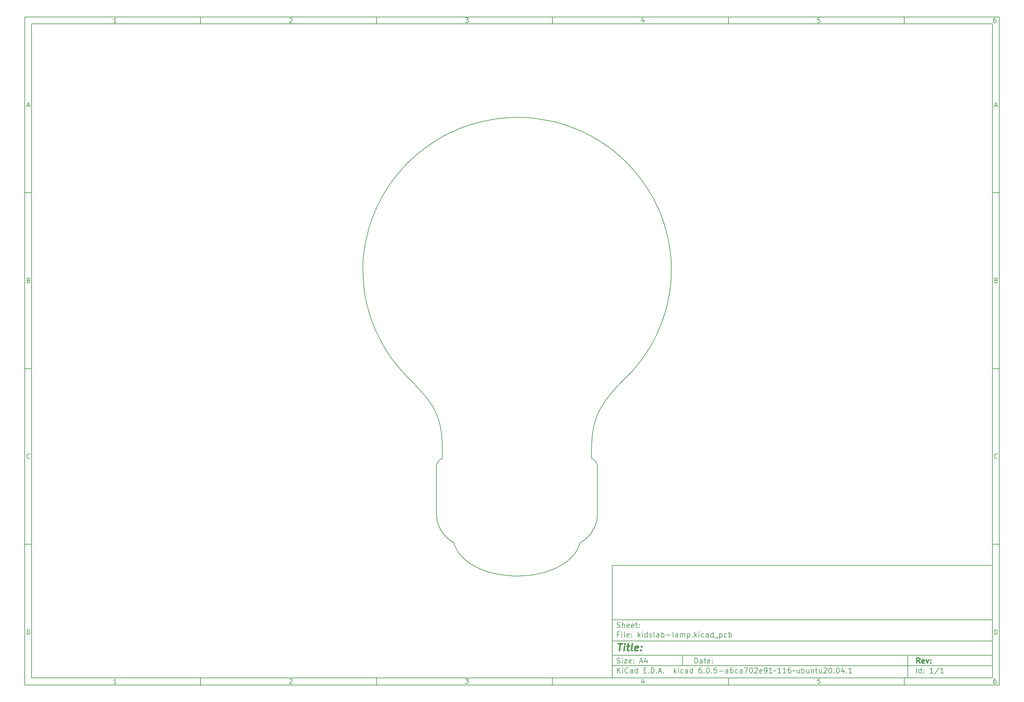
<source format=gbr>
%TF.GenerationSoftware,KiCad,Pcbnew,6.0.5-a6ca702e91~116~ubuntu20.04.1*%
%TF.CreationDate,2022-05-23T12:48:00+02:00*%
%TF.ProjectId,kidslab-lamp,6b696473-6c61-4622-9d6c-616d702e6b69,rev?*%
%TF.SameCoordinates,Original*%
%TF.FileFunction,Profile,NP*%
%FSLAX46Y46*%
G04 Gerber Fmt 4.6, Leading zero omitted, Abs format (unit mm)*
G04 Created by KiCad (PCBNEW 6.0.5-a6ca702e91~116~ubuntu20.04.1) date 2022-05-23 12:48:00*
%MOMM*%
%LPD*%
G01*
G04 APERTURE LIST*
%ADD10C,0.100000*%
%ADD11C,0.150000*%
%ADD12C,0.300000*%
%ADD13C,0.400000*%
%TA.AperFunction,Profile*%
%ADD14C,0.170000*%
%TD*%
G04 APERTURE END LIST*
D10*
D11*
X177002200Y-166007200D02*
X177002200Y-198007200D01*
X285002200Y-198007200D01*
X285002200Y-166007200D01*
X177002200Y-166007200D01*
D10*
D11*
X10000000Y-10000000D02*
X10000000Y-200007200D01*
X287002200Y-200007200D01*
X287002200Y-10000000D01*
X10000000Y-10000000D01*
D10*
D11*
X12000000Y-12000000D02*
X12000000Y-198007200D01*
X285002200Y-198007200D01*
X285002200Y-12000000D01*
X12000000Y-12000000D01*
D10*
D11*
X60000000Y-12000000D02*
X60000000Y-10000000D01*
D10*
D11*
X110000000Y-12000000D02*
X110000000Y-10000000D01*
D10*
D11*
X160000000Y-12000000D02*
X160000000Y-10000000D01*
D10*
D11*
X210000000Y-12000000D02*
X210000000Y-10000000D01*
D10*
D11*
X260000000Y-12000000D02*
X260000000Y-10000000D01*
D10*
D11*
X36065476Y-11588095D02*
X35322619Y-11588095D01*
X35694047Y-11588095D02*
X35694047Y-10288095D01*
X35570238Y-10473809D01*
X35446428Y-10597619D01*
X35322619Y-10659523D01*
D10*
D11*
X85322619Y-10411904D02*
X85384523Y-10350000D01*
X85508333Y-10288095D01*
X85817857Y-10288095D01*
X85941666Y-10350000D01*
X86003571Y-10411904D01*
X86065476Y-10535714D01*
X86065476Y-10659523D01*
X86003571Y-10845238D01*
X85260714Y-11588095D01*
X86065476Y-11588095D01*
D10*
D11*
X135260714Y-10288095D02*
X136065476Y-10288095D01*
X135632142Y-10783333D01*
X135817857Y-10783333D01*
X135941666Y-10845238D01*
X136003571Y-10907142D01*
X136065476Y-11030952D01*
X136065476Y-11340476D01*
X136003571Y-11464285D01*
X135941666Y-11526190D01*
X135817857Y-11588095D01*
X135446428Y-11588095D01*
X135322619Y-11526190D01*
X135260714Y-11464285D01*
D10*
D11*
X185941666Y-10721428D02*
X185941666Y-11588095D01*
X185632142Y-10226190D02*
X185322619Y-11154761D01*
X186127380Y-11154761D01*
D10*
D11*
X236003571Y-10288095D02*
X235384523Y-10288095D01*
X235322619Y-10907142D01*
X235384523Y-10845238D01*
X235508333Y-10783333D01*
X235817857Y-10783333D01*
X235941666Y-10845238D01*
X236003571Y-10907142D01*
X236065476Y-11030952D01*
X236065476Y-11340476D01*
X236003571Y-11464285D01*
X235941666Y-11526190D01*
X235817857Y-11588095D01*
X235508333Y-11588095D01*
X235384523Y-11526190D01*
X235322619Y-11464285D01*
D10*
D11*
X285941666Y-10288095D02*
X285694047Y-10288095D01*
X285570238Y-10350000D01*
X285508333Y-10411904D01*
X285384523Y-10597619D01*
X285322619Y-10845238D01*
X285322619Y-11340476D01*
X285384523Y-11464285D01*
X285446428Y-11526190D01*
X285570238Y-11588095D01*
X285817857Y-11588095D01*
X285941666Y-11526190D01*
X286003571Y-11464285D01*
X286065476Y-11340476D01*
X286065476Y-11030952D01*
X286003571Y-10907142D01*
X285941666Y-10845238D01*
X285817857Y-10783333D01*
X285570238Y-10783333D01*
X285446428Y-10845238D01*
X285384523Y-10907142D01*
X285322619Y-11030952D01*
D10*
D11*
X60000000Y-198007200D02*
X60000000Y-200007200D01*
D10*
D11*
X110000000Y-198007200D02*
X110000000Y-200007200D01*
D10*
D11*
X160000000Y-198007200D02*
X160000000Y-200007200D01*
D10*
D11*
X210000000Y-198007200D02*
X210000000Y-200007200D01*
D10*
D11*
X260000000Y-198007200D02*
X260000000Y-200007200D01*
D10*
D11*
X36065476Y-199595295D02*
X35322619Y-199595295D01*
X35694047Y-199595295D02*
X35694047Y-198295295D01*
X35570238Y-198481009D01*
X35446428Y-198604819D01*
X35322619Y-198666723D01*
D10*
D11*
X85322619Y-198419104D02*
X85384523Y-198357200D01*
X85508333Y-198295295D01*
X85817857Y-198295295D01*
X85941666Y-198357200D01*
X86003571Y-198419104D01*
X86065476Y-198542914D01*
X86065476Y-198666723D01*
X86003571Y-198852438D01*
X85260714Y-199595295D01*
X86065476Y-199595295D01*
D10*
D11*
X135260714Y-198295295D02*
X136065476Y-198295295D01*
X135632142Y-198790533D01*
X135817857Y-198790533D01*
X135941666Y-198852438D01*
X136003571Y-198914342D01*
X136065476Y-199038152D01*
X136065476Y-199347676D01*
X136003571Y-199471485D01*
X135941666Y-199533390D01*
X135817857Y-199595295D01*
X135446428Y-199595295D01*
X135322619Y-199533390D01*
X135260714Y-199471485D01*
D10*
D11*
X185941666Y-198728628D02*
X185941666Y-199595295D01*
X185632142Y-198233390D02*
X185322619Y-199161961D01*
X186127380Y-199161961D01*
D10*
D11*
X236003571Y-198295295D02*
X235384523Y-198295295D01*
X235322619Y-198914342D01*
X235384523Y-198852438D01*
X235508333Y-198790533D01*
X235817857Y-198790533D01*
X235941666Y-198852438D01*
X236003571Y-198914342D01*
X236065476Y-199038152D01*
X236065476Y-199347676D01*
X236003571Y-199471485D01*
X235941666Y-199533390D01*
X235817857Y-199595295D01*
X235508333Y-199595295D01*
X235384523Y-199533390D01*
X235322619Y-199471485D01*
D10*
D11*
X285941666Y-198295295D02*
X285694047Y-198295295D01*
X285570238Y-198357200D01*
X285508333Y-198419104D01*
X285384523Y-198604819D01*
X285322619Y-198852438D01*
X285322619Y-199347676D01*
X285384523Y-199471485D01*
X285446428Y-199533390D01*
X285570238Y-199595295D01*
X285817857Y-199595295D01*
X285941666Y-199533390D01*
X286003571Y-199471485D01*
X286065476Y-199347676D01*
X286065476Y-199038152D01*
X286003571Y-198914342D01*
X285941666Y-198852438D01*
X285817857Y-198790533D01*
X285570238Y-198790533D01*
X285446428Y-198852438D01*
X285384523Y-198914342D01*
X285322619Y-199038152D01*
D10*
D11*
X10000000Y-60000000D02*
X12000000Y-60000000D01*
D10*
D11*
X10000000Y-110000000D02*
X12000000Y-110000000D01*
D10*
D11*
X10000000Y-160000000D02*
X12000000Y-160000000D01*
D10*
D11*
X10690476Y-35216666D02*
X11309523Y-35216666D01*
X10566666Y-35588095D02*
X11000000Y-34288095D01*
X11433333Y-35588095D01*
D10*
D11*
X11092857Y-84907142D02*
X11278571Y-84969047D01*
X11340476Y-85030952D01*
X11402380Y-85154761D01*
X11402380Y-85340476D01*
X11340476Y-85464285D01*
X11278571Y-85526190D01*
X11154761Y-85588095D01*
X10659523Y-85588095D01*
X10659523Y-84288095D01*
X11092857Y-84288095D01*
X11216666Y-84350000D01*
X11278571Y-84411904D01*
X11340476Y-84535714D01*
X11340476Y-84659523D01*
X11278571Y-84783333D01*
X11216666Y-84845238D01*
X11092857Y-84907142D01*
X10659523Y-84907142D01*
D10*
D11*
X11402380Y-135464285D02*
X11340476Y-135526190D01*
X11154761Y-135588095D01*
X11030952Y-135588095D01*
X10845238Y-135526190D01*
X10721428Y-135402380D01*
X10659523Y-135278571D01*
X10597619Y-135030952D01*
X10597619Y-134845238D01*
X10659523Y-134597619D01*
X10721428Y-134473809D01*
X10845238Y-134350000D01*
X11030952Y-134288095D01*
X11154761Y-134288095D01*
X11340476Y-134350000D01*
X11402380Y-134411904D01*
D10*
D11*
X10659523Y-185588095D02*
X10659523Y-184288095D01*
X10969047Y-184288095D01*
X11154761Y-184350000D01*
X11278571Y-184473809D01*
X11340476Y-184597619D01*
X11402380Y-184845238D01*
X11402380Y-185030952D01*
X11340476Y-185278571D01*
X11278571Y-185402380D01*
X11154761Y-185526190D01*
X10969047Y-185588095D01*
X10659523Y-185588095D01*
D10*
D11*
X287002200Y-60000000D02*
X285002200Y-60000000D01*
D10*
D11*
X287002200Y-110000000D02*
X285002200Y-110000000D01*
D10*
D11*
X287002200Y-160000000D02*
X285002200Y-160000000D01*
D10*
D11*
X285692676Y-35216666D02*
X286311723Y-35216666D01*
X285568866Y-35588095D02*
X286002200Y-34288095D01*
X286435533Y-35588095D01*
D10*
D11*
X286095057Y-84907142D02*
X286280771Y-84969047D01*
X286342676Y-85030952D01*
X286404580Y-85154761D01*
X286404580Y-85340476D01*
X286342676Y-85464285D01*
X286280771Y-85526190D01*
X286156961Y-85588095D01*
X285661723Y-85588095D01*
X285661723Y-84288095D01*
X286095057Y-84288095D01*
X286218866Y-84350000D01*
X286280771Y-84411904D01*
X286342676Y-84535714D01*
X286342676Y-84659523D01*
X286280771Y-84783333D01*
X286218866Y-84845238D01*
X286095057Y-84907142D01*
X285661723Y-84907142D01*
D10*
D11*
X286404580Y-135464285D02*
X286342676Y-135526190D01*
X286156961Y-135588095D01*
X286033152Y-135588095D01*
X285847438Y-135526190D01*
X285723628Y-135402380D01*
X285661723Y-135278571D01*
X285599819Y-135030952D01*
X285599819Y-134845238D01*
X285661723Y-134597619D01*
X285723628Y-134473809D01*
X285847438Y-134350000D01*
X286033152Y-134288095D01*
X286156961Y-134288095D01*
X286342676Y-134350000D01*
X286404580Y-134411904D01*
D10*
D11*
X285661723Y-185588095D02*
X285661723Y-184288095D01*
X285971247Y-184288095D01*
X286156961Y-184350000D01*
X286280771Y-184473809D01*
X286342676Y-184597619D01*
X286404580Y-184845238D01*
X286404580Y-185030952D01*
X286342676Y-185278571D01*
X286280771Y-185402380D01*
X286156961Y-185526190D01*
X285971247Y-185588095D01*
X285661723Y-185588095D01*
D10*
D11*
X200434342Y-193785771D02*
X200434342Y-192285771D01*
X200791485Y-192285771D01*
X201005771Y-192357200D01*
X201148628Y-192500057D01*
X201220057Y-192642914D01*
X201291485Y-192928628D01*
X201291485Y-193142914D01*
X201220057Y-193428628D01*
X201148628Y-193571485D01*
X201005771Y-193714342D01*
X200791485Y-193785771D01*
X200434342Y-193785771D01*
X202577200Y-193785771D02*
X202577200Y-193000057D01*
X202505771Y-192857200D01*
X202362914Y-192785771D01*
X202077200Y-192785771D01*
X201934342Y-192857200D01*
X202577200Y-193714342D02*
X202434342Y-193785771D01*
X202077200Y-193785771D01*
X201934342Y-193714342D01*
X201862914Y-193571485D01*
X201862914Y-193428628D01*
X201934342Y-193285771D01*
X202077200Y-193214342D01*
X202434342Y-193214342D01*
X202577200Y-193142914D01*
X203077200Y-192785771D02*
X203648628Y-192785771D01*
X203291485Y-192285771D02*
X203291485Y-193571485D01*
X203362914Y-193714342D01*
X203505771Y-193785771D01*
X203648628Y-193785771D01*
X204720057Y-193714342D02*
X204577200Y-193785771D01*
X204291485Y-193785771D01*
X204148628Y-193714342D01*
X204077200Y-193571485D01*
X204077200Y-193000057D01*
X204148628Y-192857200D01*
X204291485Y-192785771D01*
X204577200Y-192785771D01*
X204720057Y-192857200D01*
X204791485Y-193000057D01*
X204791485Y-193142914D01*
X204077200Y-193285771D01*
X205434342Y-193642914D02*
X205505771Y-193714342D01*
X205434342Y-193785771D01*
X205362914Y-193714342D01*
X205434342Y-193642914D01*
X205434342Y-193785771D01*
X205434342Y-192857200D02*
X205505771Y-192928628D01*
X205434342Y-193000057D01*
X205362914Y-192928628D01*
X205434342Y-192857200D01*
X205434342Y-193000057D01*
D10*
D11*
X177002200Y-194507200D02*
X285002200Y-194507200D01*
D10*
D11*
X178434342Y-196585771D02*
X178434342Y-195085771D01*
X179291485Y-196585771D02*
X178648628Y-195728628D01*
X179291485Y-195085771D02*
X178434342Y-195942914D01*
X179934342Y-196585771D02*
X179934342Y-195585771D01*
X179934342Y-195085771D02*
X179862914Y-195157200D01*
X179934342Y-195228628D01*
X180005771Y-195157200D01*
X179934342Y-195085771D01*
X179934342Y-195228628D01*
X181505771Y-196442914D02*
X181434342Y-196514342D01*
X181220057Y-196585771D01*
X181077200Y-196585771D01*
X180862914Y-196514342D01*
X180720057Y-196371485D01*
X180648628Y-196228628D01*
X180577200Y-195942914D01*
X180577200Y-195728628D01*
X180648628Y-195442914D01*
X180720057Y-195300057D01*
X180862914Y-195157200D01*
X181077200Y-195085771D01*
X181220057Y-195085771D01*
X181434342Y-195157200D01*
X181505771Y-195228628D01*
X182791485Y-196585771D02*
X182791485Y-195800057D01*
X182720057Y-195657200D01*
X182577200Y-195585771D01*
X182291485Y-195585771D01*
X182148628Y-195657200D01*
X182791485Y-196514342D02*
X182648628Y-196585771D01*
X182291485Y-196585771D01*
X182148628Y-196514342D01*
X182077200Y-196371485D01*
X182077200Y-196228628D01*
X182148628Y-196085771D01*
X182291485Y-196014342D01*
X182648628Y-196014342D01*
X182791485Y-195942914D01*
X184148628Y-196585771D02*
X184148628Y-195085771D01*
X184148628Y-196514342D02*
X184005771Y-196585771D01*
X183720057Y-196585771D01*
X183577200Y-196514342D01*
X183505771Y-196442914D01*
X183434342Y-196300057D01*
X183434342Y-195871485D01*
X183505771Y-195728628D01*
X183577200Y-195657200D01*
X183720057Y-195585771D01*
X184005771Y-195585771D01*
X184148628Y-195657200D01*
X186005771Y-195800057D02*
X186505771Y-195800057D01*
X186720057Y-196585771D02*
X186005771Y-196585771D01*
X186005771Y-195085771D01*
X186720057Y-195085771D01*
X187362914Y-196442914D02*
X187434342Y-196514342D01*
X187362914Y-196585771D01*
X187291485Y-196514342D01*
X187362914Y-196442914D01*
X187362914Y-196585771D01*
X188077200Y-196585771D02*
X188077200Y-195085771D01*
X188434342Y-195085771D01*
X188648628Y-195157200D01*
X188791485Y-195300057D01*
X188862914Y-195442914D01*
X188934342Y-195728628D01*
X188934342Y-195942914D01*
X188862914Y-196228628D01*
X188791485Y-196371485D01*
X188648628Y-196514342D01*
X188434342Y-196585771D01*
X188077200Y-196585771D01*
X189577200Y-196442914D02*
X189648628Y-196514342D01*
X189577200Y-196585771D01*
X189505771Y-196514342D01*
X189577200Y-196442914D01*
X189577200Y-196585771D01*
X190220057Y-196157200D02*
X190934342Y-196157200D01*
X190077200Y-196585771D02*
X190577200Y-195085771D01*
X191077200Y-196585771D01*
X191577200Y-196442914D02*
X191648628Y-196514342D01*
X191577200Y-196585771D01*
X191505771Y-196514342D01*
X191577200Y-196442914D01*
X191577200Y-196585771D01*
X194577200Y-196585771D02*
X194577200Y-195085771D01*
X194720057Y-196014342D02*
X195148628Y-196585771D01*
X195148628Y-195585771D02*
X194577200Y-196157200D01*
X195791485Y-196585771D02*
X195791485Y-195585771D01*
X195791485Y-195085771D02*
X195720057Y-195157200D01*
X195791485Y-195228628D01*
X195862914Y-195157200D01*
X195791485Y-195085771D01*
X195791485Y-195228628D01*
X197148628Y-196514342D02*
X197005771Y-196585771D01*
X196720057Y-196585771D01*
X196577200Y-196514342D01*
X196505771Y-196442914D01*
X196434342Y-196300057D01*
X196434342Y-195871485D01*
X196505771Y-195728628D01*
X196577200Y-195657200D01*
X196720057Y-195585771D01*
X197005771Y-195585771D01*
X197148628Y-195657200D01*
X198434342Y-196585771D02*
X198434342Y-195800057D01*
X198362914Y-195657200D01*
X198220057Y-195585771D01*
X197934342Y-195585771D01*
X197791485Y-195657200D01*
X198434342Y-196514342D02*
X198291485Y-196585771D01*
X197934342Y-196585771D01*
X197791485Y-196514342D01*
X197720057Y-196371485D01*
X197720057Y-196228628D01*
X197791485Y-196085771D01*
X197934342Y-196014342D01*
X198291485Y-196014342D01*
X198434342Y-195942914D01*
X199791485Y-196585771D02*
X199791485Y-195085771D01*
X199791485Y-196514342D02*
X199648628Y-196585771D01*
X199362914Y-196585771D01*
X199220057Y-196514342D01*
X199148628Y-196442914D01*
X199077200Y-196300057D01*
X199077200Y-195871485D01*
X199148628Y-195728628D01*
X199220057Y-195657200D01*
X199362914Y-195585771D01*
X199648628Y-195585771D01*
X199791485Y-195657200D01*
X202291485Y-195085771D02*
X202005771Y-195085771D01*
X201862914Y-195157200D01*
X201791485Y-195228628D01*
X201648628Y-195442914D01*
X201577200Y-195728628D01*
X201577200Y-196300057D01*
X201648628Y-196442914D01*
X201720057Y-196514342D01*
X201862914Y-196585771D01*
X202148628Y-196585771D01*
X202291485Y-196514342D01*
X202362914Y-196442914D01*
X202434342Y-196300057D01*
X202434342Y-195942914D01*
X202362914Y-195800057D01*
X202291485Y-195728628D01*
X202148628Y-195657200D01*
X201862914Y-195657200D01*
X201720057Y-195728628D01*
X201648628Y-195800057D01*
X201577200Y-195942914D01*
X203077200Y-196442914D02*
X203148628Y-196514342D01*
X203077200Y-196585771D01*
X203005771Y-196514342D01*
X203077200Y-196442914D01*
X203077200Y-196585771D01*
X204077200Y-195085771D02*
X204220057Y-195085771D01*
X204362914Y-195157200D01*
X204434342Y-195228628D01*
X204505771Y-195371485D01*
X204577200Y-195657200D01*
X204577200Y-196014342D01*
X204505771Y-196300057D01*
X204434342Y-196442914D01*
X204362914Y-196514342D01*
X204220057Y-196585771D01*
X204077200Y-196585771D01*
X203934342Y-196514342D01*
X203862914Y-196442914D01*
X203791485Y-196300057D01*
X203720057Y-196014342D01*
X203720057Y-195657200D01*
X203791485Y-195371485D01*
X203862914Y-195228628D01*
X203934342Y-195157200D01*
X204077200Y-195085771D01*
X205220057Y-196442914D02*
X205291485Y-196514342D01*
X205220057Y-196585771D01*
X205148628Y-196514342D01*
X205220057Y-196442914D01*
X205220057Y-196585771D01*
X206648628Y-195085771D02*
X205934342Y-195085771D01*
X205862914Y-195800057D01*
X205934342Y-195728628D01*
X206077200Y-195657200D01*
X206434342Y-195657200D01*
X206577200Y-195728628D01*
X206648628Y-195800057D01*
X206720057Y-195942914D01*
X206720057Y-196300057D01*
X206648628Y-196442914D01*
X206577200Y-196514342D01*
X206434342Y-196585771D01*
X206077200Y-196585771D01*
X205934342Y-196514342D01*
X205862914Y-196442914D01*
X207362914Y-196014342D02*
X208505771Y-196014342D01*
X209862914Y-196585771D02*
X209862914Y-195800057D01*
X209791485Y-195657200D01*
X209648628Y-195585771D01*
X209362914Y-195585771D01*
X209220057Y-195657200D01*
X209862914Y-196514342D02*
X209720057Y-196585771D01*
X209362914Y-196585771D01*
X209220057Y-196514342D01*
X209148628Y-196371485D01*
X209148628Y-196228628D01*
X209220057Y-196085771D01*
X209362914Y-196014342D01*
X209720057Y-196014342D01*
X209862914Y-195942914D01*
X211220057Y-195085771D02*
X210934342Y-195085771D01*
X210791485Y-195157200D01*
X210720057Y-195228628D01*
X210577200Y-195442914D01*
X210505771Y-195728628D01*
X210505771Y-196300057D01*
X210577200Y-196442914D01*
X210648628Y-196514342D01*
X210791485Y-196585771D01*
X211077200Y-196585771D01*
X211220057Y-196514342D01*
X211291485Y-196442914D01*
X211362914Y-196300057D01*
X211362914Y-195942914D01*
X211291485Y-195800057D01*
X211220057Y-195728628D01*
X211077200Y-195657200D01*
X210791485Y-195657200D01*
X210648628Y-195728628D01*
X210577200Y-195800057D01*
X210505771Y-195942914D01*
X212648628Y-196514342D02*
X212505771Y-196585771D01*
X212220057Y-196585771D01*
X212077200Y-196514342D01*
X212005771Y-196442914D01*
X211934342Y-196300057D01*
X211934342Y-195871485D01*
X212005771Y-195728628D01*
X212077200Y-195657200D01*
X212220057Y-195585771D01*
X212505771Y-195585771D01*
X212648628Y-195657200D01*
X213934342Y-196585771D02*
X213934342Y-195800057D01*
X213862914Y-195657200D01*
X213720057Y-195585771D01*
X213434342Y-195585771D01*
X213291485Y-195657200D01*
X213934342Y-196514342D02*
X213791485Y-196585771D01*
X213434342Y-196585771D01*
X213291485Y-196514342D01*
X213220057Y-196371485D01*
X213220057Y-196228628D01*
X213291485Y-196085771D01*
X213434342Y-196014342D01*
X213791485Y-196014342D01*
X213934342Y-195942914D01*
X214505771Y-195085771D02*
X215505771Y-195085771D01*
X214862914Y-196585771D01*
X216362914Y-195085771D02*
X216505771Y-195085771D01*
X216648628Y-195157200D01*
X216720057Y-195228628D01*
X216791485Y-195371485D01*
X216862914Y-195657200D01*
X216862914Y-196014342D01*
X216791485Y-196300057D01*
X216720057Y-196442914D01*
X216648628Y-196514342D01*
X216505771Y-196585771D01*
X216362914Y-196585771D01*
X216220057Y-196514342D01*
X216148628Y-196442914D01*
X216077200Y-196300057D01*
X216005771Y-196014342D01*
X216005771Y-195657200D01*
X216077200Y-195371485D01*
X216148628Y-195228628D01*
X216220057Y-195157200D01*
X216362914Y-195085771D01*
X217434342Y-195228628D02*
X217505771Y-195157200D01*
X217648628Y-195085771D01*
X218005771Y-195085771D01*
X218148628Y-195157200D01*
X218220057Y-195228628D01*
X218291485Y-195371485D01*
X218291485Y-195514342D01*
X218220057Y-195728628D01*
X217362914Y-196585771D01*
X218291485Y-196585771D01*
X219505771Y-196514342D02*
X219362914Y-196585771D01*
X219077200Y-196585771D01*
X218934342Y-196514342D01*
X218862914Y-196371485D01*
X218862914Y-195800057D01*
X218934342Y-195657200D01*
X219077200Y-195585771D01*
X219362914Y-195585771D01*
X219505771Y-195657200D01*
X219577200Y-195800057D01*
X219577200Y-195942914D01*
X218862914Y-196085771D01*
X220291485Y-196585771D02*
X220577200Y-196585771D01*
X220720057Y-196514342D01*
X220791485Y-196442914D01*
X220934342Y-196228628D01*
X221005771Y-195942914D01*
X221005771Y-195371485D01*
X220934342Y-195228628D01*
X220862914Y-195157200D01*
X220720057Y-195085771D01*
X220434342Y-195085771D01*
X220291485Y-195157200D01*
X220220057Y-195228628D01*
X220148628Y-195371485D01*
X220148628Y-195728628D01*
X220220057Y-195871485D01*
X220291485Y-195942914D01*
X220434342Y-196014342D01*
X220720057Y-196014342D01*
X220862914Y-195942914D01*
X220934342Y-195871485D01*
X221005771Y-195728628D01*
X222434342Y-196585771D02*
X221577199Y-196585771D01*
X222005771Y-196585771D02*
X222005771Y-195085771D01*
X221862914Y-195300057D01*
X221720057Y-195442914D01*
X221577199Y-195514342D01*
X222862914Y-196014342D02*
X222934342Y-195942914D01*
X223077199Y-195871485D01*
X223362914Y-196014342D01*
X223505771Y-195942914D01*
X223577199Y-195871485D01*
X224934342Y-196585771D02*
X224077199Y-196585771D01*
X224505771Y-196585771D02*
X224505771Y-195085771D01*
X224362914Y-195300057D01*
X224220057Y-195442914D01*
X224077199Y-195514342D01*
X226362914Y-196585771D02*
X225505771Y-196585771D01*
X225934342Y-196585771D02*
X225934342Y-195085771D01*
X225791485Y-195300057D01*
X225648628Y-195442914D01*
X225505771Y-195514342D01*
X227648628Y-195085771D02*
X227362914Y-195085771D01*
X227220057Y-195157200D01*
X227148628Y-195228628D01*
X227005771Y-195442914D01*
X226934342Y-195728628D01*
X226934342Y-196300057D01*
X227005771Y-196442914D01*
X227077199Y-196514342D01*
X227220057Y-196585771D01*
X227505771Y-196585771D01*
X227648628Y-196514342D01*
X227720057Y-196442914D01*
X227791485Y-196300057D01*
X227791485Y-195942914D01*
X227720057Y-195800057D01*
X227648628Y-195728628D01*
X227505771Y-195657200D01*
X227220057Y-195657200D01*
X227077199Y-195728628D01*
X227005771Y-195800057D01*
X226934342Y-195942914D01*
X228220057Y-196014342D02*
X228291485Y-195942914D01*
X228434342Y-195871485D01*
X228720057Y-196014342D01*
X228862914Y-195942914D01*
X228934342Y-195871485D01*
X230148628Y-195585771D02*
X230148628Y-196585771D01*
X229505771Y-195585771D02*
X229505771Y-196371485D01*
X229577199Y-196514342D01*
X229720057Y-196585771D01*
X229934342Y-196585771D01*
X230077199Y-196514342D01*
X230148628Y-196442914D01*
X230862914Y-196585771D02*
X230862914Y-195085771D01*
X230862914Y-195657200D02*
X231005771Y-195585771D01*
X231291485Y-195585771D01*
X231434342Y-195657200D01*
X231505771Y-195728628D01*
X231577199Y-195871485D01*
X231577199Y-196300057D01*
X231505771Y-196442914D01*
X231434342Y-196514342D01*
X231291485Y-196585771D01*
X231005771Y-196585771D01*
X230862914Y-196514342D01*
X232862914Y-195585771D02*
X232862914Y-196585771D01*
X232220057Y-195585771D02*
X232220057Y-196371485D01*
X232291485Y-196514342D01*
X232434342Y-196585771D01*
X232648628Y-196585771D01*
X232791485Y-196514342D01*
X232862914Y-196442914D01*
X233577199Y-195585771D02*
X233577199Y-196585771D01*
X233577199Y-195728628D02*
X233648628Y-195657200D01*
X233791485Y-195585771D01*
X234005771Y-195585771D01*
X234148628Y-195657200D01*
X234220057Y-195800057D01*
X234220057Y-196585771D01*
X234720057Y-195585771D02*
X235291485Y-195585771D01*
X234934342Y-195085771D02*
X234934342Y-196371485D01*
X235005771Y-196514342D01*
X235148628Y-196585771D01*
X235291485Y-196585771D01*
X236434342Y-195585771D02*
X236434342Y-196585771D01*
X235791485Y-195585771D02*
X235791485Y-196371485D01*
X235862914Y-196514342D01*
X236005771Y-196585771D01*
X236220057Y-196585771D01*
X236362914Y-196514342D01*
X236434342Y-196442914D01*
X237077199Y-195228628D02*
X237148628Y-195157200D01*
X237291485Y-195085771D01*
X237648628Y-195085771D01*
X237791485Y-195157200D01*
X237862914Y-195228628D01*
X237934342Y-195371485D01*
X237934342Y-195514342D01*
X237862914Y-195728628D01*
X237005771Y-196585771D01*
X237934342Y-196585771D01*
X238862914Y-195085771D02*
X239005771Y-195085771D01*
X239148628Y-195157200D01*
X239220057Y-195228628D01*
X239291485Y-195371485D01*
X239362914Y-195657200D01*
X239362914Y-196014342D01*
X239291485Y-196300057D01*
X239220057Y-196442914D01*
X239148628Y-196514342D01*
X239005771Y-196585771D01*
X238862914Y-196585771D01*
X238720057Y-196514342D01*
X238648628Y-196442914D01*
X238577199Y-196300057D01*
X238505771Y-196014342D01*
X238505771Y-195657200D01*
X238577199Y-195371485D01*
X238648628Y-195228628D01*
X238720057Y-195157200D01*
X238862914Y-195085771D01*
X240005771Y-196442914D02*
X240077199Y-196514342D01*
X240005771Y-196585771D01*
X239934342Y-196514342D01*
X240005771Y-196442914D01*
X240005771Y-196585771D01*
X241005771Y-195085771D02*
X241148628Y-195085771D01*
X241291485Y-195157200D01*
X241362914Y-195228628D01*
X241434342Y-195371485D01*
X241505771Y-195657200D01*
X241505771Y-196014342D01*
X241434342Y-196300057D01*
X241362914Y-196442914D01*
X241291485Y-196514342D01*
X241148628Y-196585771D01*
X241005771Y-196585771D01*
X240862914Y-196514342D01*
X240791485Y-196442914D01*
X240720057Y-196300057D01*
X240648628Y-196014342D01*
X240648628Y-195657200D01*
X240720057Y-195371485D01*
X240791485Y-195228628D01*
X240862914Y-195157200D01*
X241005771Y-195085771D01*
X242791485Y-195585771D02*
X242791485Y-196585771D01*
X242434342Y-195014342D02*
X242077199Y-196085771D01*
X243005771Y-196085771D01*
X243577199Y-196442914D02*
X243648628Y-196514342D01*
X243577199Y-196585771D01*
X243505771Y-196514342D01*
X243577199Y-196442914D01*
X243577199Y-196585771D01*
X245077199Y-196585771D02*
X244220057Y-196585771D01*
X244648628Y-196585771D02*
X244648628Y-195085771D01*
X244505771Y-195300057D01*
X244362914Y-195442914D01*
X244220057Y-195514342D01*
D10*
D11*
X177002200Y-191507200D02*
X285002200Y-191507200D01*
D10*
D12*
X264411485Y-193785771D02*
X263911485Y-193071485D01*
X263554342Y-193785771D02*
X263554342Y-192285771D01*
X264125771Y-192285771D01*
X264268628Y-192357200D01*
X264340057Y-192428628D01*
X264411485Y-192571485D01*
X264411485Y-192785771D01*
X264340057Y-192928628D01*
X264268628Y-193000057D01*
X264125771Y-193071485D01*
X263554342Y-193071485D01*
X265625771Y-193714342D02*
X265482914Y-193785771D01*
X265197200Y-193785771D01*
X265054342Y-193714342D01*
X264982914Y-193571485D01*
X264982914Y-193000057D01*
X265054342Y-192857200D01*
X265197200Y-192785771D01*
X265482914Y-192785771D01*
X265625771Y-192857200D01*
X265697200Y-193000057D01*
X265697200Y-193142914D01*
X264982914Y-193285771D01*
X266197200Y-192785771D02*
X266554342Y-193785771D01*
X266911485Y-192785771D01*
X267482914Y-193642914D02*
X267554342Y-193714342D01*
X267482914Y-193785771D01*
X267411485Y-193714342D01*
X267482914Y-193642914D01*
X267482914Y-193785771D01*
X267482914Y-192857200D02*
X267554342Y-192928628D01*
X267482914Y-193000057D01*
X267411485Y-192928628D01*
X267482914Y-192857200D01*
X267482914Y-193000057D01*
D10*
D11*
X178362914Y-193714342D02*
X178577200Y-193785771D01*
X178934342Y-193785771D01*
X179077200Y-193714342D01*
X179148628Y-193642914D01*
X179220057Y-193500057D01*
X179220057Y-193357200D01*
X179148628Y-193214342D01*
X179077200Y-193142914D01*
X178934342Y-193071485D01*
X178648628Y-193000057D01*
X178505771Y-192928628D01*
X178434342Y-192857200D01*
X178362914Y-192714342D01*
X178362914Y-192571485D01*
X178434342Y-192428628D01*
X178505771Y-192357200D01*
X178648628Y-192285771D01*
X179005771Y-192285771D01*
X179220057Y-192357200D01*
X179862914Y-193785771D02*
X179862914Y-192785771D01*
X179862914Y-192285771D02*
X179791485Y-192357200D01*
X179862914Y-192428628D01*
X179934342Y-192357200D01*
X179862914Y-192285771D01*
X179862914Y-192428628D01*
X180434342Y-192785771D02*
X181220057Y-192785771D01*
X180434342Y-193785771D01*
X181220057Y-193785771D01*
X182362914Y-193714342D02*
X182220057Y-193785771D01*
X181934342Y-193785771D01*
X181791485Y-193714342D01*
X181720057Y-193571485D01*
X181720057Y-193000057D01*
X181791485Y-192857200D01*
X181934342Y-192785771D01*
X182220057Y-192785771D01*
X182362914Y-192857200D01*
X182434342Y-193000057D01*
X182434342Y-193142914D01*
X181720057Y-193285771D01*
X183077200Y-193642914D02*
X183148628Y-193714342D01*
X183077200Y-193785771D01*
X183005771Y-193714342D01*
X183077200Y-193642914D01*
X183077200Y-193785771D01*
X183077200Y-192857200D02*
X183148628Y-192928628D01*
X183077200Y-193000057D01*
X183005771Y-192928628D01*
X183077200Y-192857200D01*
X183077200Y-193000057D01*
X184862914Y-193357200D02*
X185577200Y-193357200D01*
X184720057Y-193785771D02*
X185220057Y-192285771D01*
X185720057Y-193785771D01*
X186862914Y-192785771D02*
X186862914Y-193785771D01*
X186505771Y-192214342D02*
X186148628Y-193285771D01*
X187077200Y-193285771D01*
D10*
D11*
X263434342Y-196585771D02*
X263434342Y-195085771D01*
X264791485Y-196585771D02*
X264791485Y-195085771D01*
X264791485Y-196514342D02*
X264648628Y-196585771D01*
X264362914Y-196585771D01*
X264220057Y-196514342D01*
X264148628Y-196442914D01*
X264077200Y-196300057D01*
X264077200Y-195871485D01*
X264148628Y-195728628D01*
X264220057Y-195657200D01*
X264362914Y-195585771D01*
X264648628Y-195585771D01*
X264791485Y-195657200D01*
X265505771Y-196442914D02*
X265577200Y-196514342D01*
X265505771Y-196585771D01*
X265434342Y-196514342D01*
X265505771Y-196442914D01*
X265505771Y-196585771D01*
X265505771Y-195657200D02*
X265577200Y-195728628D01*
X265505771Y-195800057D01*
X265434342Y-195728628D01*
X265505771Y-195657200D01*
X265505771Y-195800057D01*
X268148628Y-196585771D02*
X267291485Y-196585771D01*
X267720057Y-196585771D02*
X267720057Y-195085771D01*
X267577200Y-195300057D01*
X267434342Y-195442914D01*
X267291485Y-195514342D01*
X269862914Y-195014342D02*
X268577200Y-196942914D01*
X271148628Y-196585771D02*
X270291485Y-196585771D01*
X270720057Y-196585771D02*
X270720057Y-195085771D01*
X270577200Y-195300057D01*
X270434342Y-195442914D01*
X270291485Y-195514342D01*
D10*
D11*
X177002200Y-187507200D02*
X285002200Y-187507200D01*
D10*
D13*
X178714580Y-188211961D02*
X179857438Y-188211961D01*
X179036009Y-190211961D02*
X179286009Y-188211961D01*
X180274104Y-190211961D02*
X180440771Y-188878628D01*
X180524104Y-188211961D02*
X180416961Y-188307200D01*
X180500295Y-188402438D01*
X180607438Y-188307200D01*
X180524104Y-188211961D01*
X180500295Y-188402438D01*
X181107438Y-188878628D02*
X181869342Y-188878628D01*
X181476485Y-188211961D02*
X181262200Y-189926247D01*
X181333628Y-190116723D01*
X181512200Y-190211961D01*
X181702676Y-190211961D01*
X182655057Y-190211961D02*
X182476485Y-190116723D01*
X182405057Y-189926247D01*
X182619342Y-188211961D01*
X184190771Y-190116723D02*
X183988390Y-190211961D01*
X183607438Y-190211961D01*
X183428866Y-190116723D01*
X183357438Y-189926247D01*
X183452676Y-189164342D01*
X183571723Y-188973866D01*
X183774104Y-188878628D01*
X184155057Y-188878628D01*
X184333628Y-188973866D01*
X184405057Y-189164342D01*
X184381247Y-189354819D01*
X183405057Y-189545295D01*
X185155057Y-190021485D02*
X185238390Y-190116723D01*
X185131247Y-190211961D01*
X185047914Y-190116723D01*
X185155057Y-190021485D01*
X185131247Y-190211961D01*
X185286009Y-188973866D02*
X185369342Y-189069104D01*
X185262200Y-189164342D01*
X185178866Y-189069104D01*
X185286009Y-188973866D01*
X185262200Y-189164342D01*
D10*
D11*
X178934342Y-185600057D02*
X178434342Y-185600057D01*
X178434342Y-186385771D02*
X178434342Y-184885771D01*
X179148628Y-184885771D01*
X179720057Y-186385771D02*
X179720057Y-185385771D01*
X179720057Y-184885771D02*
X179648628Y-184957200D01*
X179720057Y-185028628D01*
X179791485Y-184957200D01*
X179720057Y-184885771D01*
X179720057Y-185028628D01*
X180648628Y-186385771D02*
X180505771Y-186314342D01*
X180434342Y-186171485D01*
X180434342Y-184885771D01*
X181791485Y-186314342D02*
X181648628Y-186385771D01*
X181362914Y-186385771D01*
X181220057Y-186314342D01*
X181148628Y-186171485D01*
X181148628Y-185600057D01*
X181220057Y-185457200D01*
X181362914Y-185385771D01*
X181648628Y-185385771D01*
X181791485Y-185457200D01*
X181862914Y-185600057D01*
X181862914Y-185742914D01*
X181148628Y-185885771D01*
X182505771Y-186242914D02*
X182577200Y-186314342D01*
X182505771Y-186385771D01*
X182434342Y-186314342D01*
X182505771Y-186242914D01*
X182505771Y-186385771D01*
X182505771Y-185457200D02*
X182577200Y-185528628D01*
X182505771Y-185600057D01*
X182434342Y-185528628D01*
X182505771Y-185457200D01*
X182505771Y-185600057D01*
X184362914Y-186385771D02*
X184362914Y-184885771D01*
X184505771Y-185814342D02*
X184934342Y-186385771D01*
X184934342Y-185385771D02*
X184362914Y-185957200D01*
X185577200Y-186385771D02*
X185577200Y-185385771D01*
X185577200Y-184885771D02*
X185505771Y-184957200D01*
X185577200Y-185028628D01*
X185648628Y-184957200D01*
X185577200Y-184885771D01*
X185577200Y-185028628D01*
X186934342Y-186385771D02*
X186934342Y-184885771D01*
X186934342Y-186314342D02*
X186791485Y-186385771D01*
X186505771Y-186385771D01*
X186362914Y-186314342D01*
X186291485Y-186242914D01*
X186220057Y-186100057D01*
X186220057Y-185671485D01*
X186291485Y-185528628D01*
X186362914Y-185457200D01*
X186505771Y-185385771D01*
X186791485Y-185385771D01*
X186934342Y-185457200D01*
X187577200Y-186314342D02*
X187720057Y-186385771D01*
X188005771Y-186385771D01*
X188148628Y-186314342D01*
X188220057Y-186171485D01*
X188220057Y-186100057D01*
X188148628Y-185957200D01*
X188005771Y-185885771D01*
X187791485Y-185885771D01*
X187648628Y-185814342D01*
X187577200Y-185671485D01*
X187577200Y-185600057D01*
X187648628Y-185457200D01*
X187791485Y-185385771D01*
X188005771Y-185385771D01*
X188148628Y-185457200D01*
X189077200Y-186385771D02*
X188934342Y-186314342D01*
X188862914Y-186171485D01*
X188862914Y-184885771D01*
X190291485Y-186385771D02*
X190291485Y-185600057D01*
X190220057Y-185457200D01*
X190077200Y-185385771D01*
X189791485Y-185385771D01*
X189648628Y-185457200D01*
X190291485Y-186314342D02*
X190148628Y-186385771D01*
X189791485Y-186385771D01*
X189648628Y-186314342D01*
X189577200Y-186171485D01*
X189577200Y-186028628D01*
X189648628Y-185885771D01*
X189791485Y-185814342D01*
X190148628Y-185814342D01*
X190291485Y-185742914D01*
X191005771Y-186385771D02*
X191005771Y-184885771D01*
X191005771Y-185457200D02*
X191148628Y-185385771D01*
X191434342Y-185385771D01*
X191577200Y-185457200D01*
X191648628Y-185528628D01*
X191720057Y-185671485D01*
X191720057Y-186100057D01*
X191648628Y-186242914D01*
X191577200Y-186314342D01*
X191434342Y-186385771D01*
X191148628Y-186385771D01*
X191005771Y-186314342D01*
X192362914Y-185814342D02*
X193505771Y-185814342D01*
X194434342Y-186385771D02*
X194291485Y-186314342D01*
X194220057Y-186171485D01*
X194220057Y-184885771D01*
X195648628Y-186385771D02*
X195648628Y-185600057D01*
X195577200Y-185457200D01*
X195434342Y-185385771D01*
X195148628Y-185385771D01*
X195005771Y-185457200D01*
X195648628Y-186314342D02*
X195505771Y-186385771D01*
X195148628Y-186385771D01*
X195005771Y-186314342D01*
X194934342Y-186171485D01*
X194934342Y-186028628D01*
X195005771Y-185885771D01*
X195148628Y-185814342D01*
X195505771Y-185814342D01*
X195648628Y-185742914D01*
X196362914Y-186385771D02*
X196362914Y-185385771D01*
X196362914Y-185528628D02*
X196434342Y-185457200D01*
X196577200Y-185385771D01*
X196791485Y-185385771D01*
X196934342Y-185457200D01*
X197005771Y-185600057D01*
X197005771Y-186385771D01*
X197005771Y-185600057D02*
X197077200Y-185457200D01*
X197220057Y-185385771D01*
X197434342Y-185385771D01*
X197577200Y-185457200D01*
X197648628Y-185600057D01*
X197648628Y-186385771D01*
X198362914Y-185385771D02*
X198362914Y-186885771D01*
X198362914Y-185457200D02*
X198505771Y-185385771D01*
X198791485Y-185385771D01*
X198934342Y-185457200D01*
X199005771Y-185528628D01*
X199077200Y-185671485D01*
X199077200Y-186100057D01*
X199005771Y-186242914D01*
X198934342Y-186314342D01*
X198791485Y-186385771D01*
X198505771Y-186385771D01*
X198362914Y-186314342D01*
X199720057Y-186242914D02*
X199791485Y-186314342D01*
X199720057Y-186385771D01*
X199648628Y-186314342D01*
X199720057Y-186242914D01*
X199720057Y-186385771D01*
X200434342Y-186385771D02*
X200434342Y-184885771D01*
X200577200Y-185814342D02*
X201005771Y-186385771D01*
X201005771Y-185385771D02*
X200434342Y-185957200D01*
X201648628Y-186385771D02*
X201648628Y-185385771D01*
X201648628Y-184885771D02*
X201577200Y-184957200D01*
X201648628Y-185028628D01*
X201720057Y-184957200D01*
X201648628Y-184885771D01*
X201648628Y-185028628D01*
X203005771Y-186314342D02*
X202862914Y-186385771D01*
X202577200Y-186385771D01*
X202434342Y-186314342D01*
X202362914Y-186242914D01*
X202291485Y-186100057D01*
X202291485Y-185671485D01*
X202362914Y-185528628D01*
X202434342Y-185457200D01*
X202577200Y-185385771D01*
X202862914Y-185385771D01*
X203005771Y-185457200D01*
X204291485Y-186385771D02*
X204291485Y-185600057D01*
X204220057Y-185457200D01*
X204077200Y-185385771D01*
X203791485Y-185385771D01*
X203648628Y-185457200D01*
X204291485Y-186314342D02*
X204148628Y-186385771D01*
X203791485Y-186385771D01*
X203648628Y-186314342D01*
X203577200Y-186171485D01*
X203577200Y-186028628D01*
X203648628Y-185885771D01*
X203791485Y-185814342D01*
X204148628Y-185814342D01*
X204291485Y-185742914D01*
X205648628Y-186385771D02*
X205648628Y-184885771D01*
X205648628Y-186314342D02*
X205505771Y-186385771D01*
X205220057Y-186385771D01*
X205077200Y-186314342D01*
X205005771Y-186242914D01*
X204934342Y-186100057D01*
X204934342Y-185671485D01*
X205005771Y-185528628D01*
X205077200Y-185457200D01*
X205220057Y-185385771D01*
X205505771Y-185385771D01*
X205648628Y-185457200D01*
X206005771Y-186528628D02*
X207148628Y-186528628D01*
X207505771Y-185385771D02*
X207505771Y-186885771D01*
X207505771Y-185457200D02*
X207648628Y-185385771D01*
X207934342Y-185385771D01*
X208077200Y-185457200D01*
X208148628Y-185528628D01*
X208220057Y-185671485D01*
X208220057Y-186100057D01*
X208148628Y-186242914D01*
X208077200Y-186314342D01*
X207934342Y-186385771D01*
X207648628Y-186385771D01*
X207505771Y-186314342D01*
X209505771Y-186314342D02*
X209362914Y-186385771D01*
X209077200Y-186385771D01*
X208934342Y-186314342D01*
X208862914Y-186242914D01*
X208791485Y-186100057D01*
X208791485Y-185671485D01*
X208862914Y-185528628D01*
X208934342Y-185457200D01*
X209077200Y-185385771D01*
X209362914Y-185385771D01*
X209505771Y-185457200D01*
X210148628Y-186385771D02*
X210148628Y-184885771D01*
X210148628Y-185457200D02*
X210291485Y-185385771D01*
X210577200Y-185385771D01*
X210720057Y-185457200D01*
X210791485Y-185528628D01*
X210862914Y-185671485D01*
X210862914Y-186100057D01*
X210791485Y-186242914D01*
X210720057Y-186314342D01*
X210577200Y-186385771D01*
X210291485Y-186385771D01*
X210148628Y-186314342D01*
D10*
D11*
X177002200Y-181507200D02*
X285002200Y-181507200D01*
D10*
D11*
X178362914Y-183614342D02*
X178577200Y-183685771D01*
X178934342Y-183685771D01*
X179077200Y-183614342D01*
X179148628Y-183542914D01*
X179220057Y-183400057D01*
X179220057Y-183257200D01*
X179148628Y-183114342D01*
X179077200Y-183042914D01*
X178934342Y-182971485D01*
X178648628Y-182900057D01*
X178505771Y-182828628D01*
X178434342Y-182757200D01*
X178362914Y-182614342D01*
X178362914Y-182471485D01*
X178434342Y-182328628D01*
X178505771Y-182257200D01*
X178648628Y-182185771D01*
X179005771Y-182185771D01*
X179220057Y-182257200D01*
X179862914Y-183685771D02*
X179862914Y-182185771D01*
X180505771Y-183685771D02*
X180505771Y-182900057D01*
X180434342Y-182757200D01*
X180291485Y-182685771D01*
X180077200Y-182685771D01*
X179934342Y-182757200D01*
X179862914Y-182828628D01*
X181791485Y-183614342D02*
X181648628Y-183685771D01*
X181362914Y-183685771D01*
X181220057Y-183614342D01*
X181148628Y-183471485D01*
X181148628Y-182900057D01*
X181220057Y-182757200D01*
X181362914Y-182685771D01*
X181648628Y-182685771D01*
X181791485Y-182757200D01*
X181862914Y-182900057D01*
X181862914Y-183042914D01*
X181148628Y-183185771D01*
X183077200Y-183614342D02*
X182934342Y-183685771D01*
X182648628Y-183685771D01*
X182505771Y-183614342D01*
X182434342Y-183471485D01*
X182434342Y-182900057D01*
X182505771Y-182757200D01*
X182648628Y-182685771D01*
X182934342Y-182685771D01*
X183077200Y-182757200D01*
X183148628Y-182900057D01*
X183148628Y-183042914D01*
X182434342Y-183185771D01*
X183577200Y-182685771D02*
X184148628Y-182685771D01*
X183791485Y-182185771D02*
X183791485Y-183471485D01*
X183862914Y-183614342D01*
X184005771Y-183685771D01*
X184148628Y-183685771D01*
X184648628Y-183542914D02*
X184720057Y-183614342D01*
X184648628Y-183685771D01*
X184577200Y-183614342D01*
X184648628Y-183542914D01*
X184648628Y-183685771D01*
X184648628Y-182757200D02*
X184720057Y-182828628D01*
X184648628Y-182900057D01*
X184577200Y-182828628D01*
X184648628Y-182757200D01*
X184648628Y-182900057D01*
D10*
D12*
D10*
D11*
D10*
D11*
D10*
D11*
D10*
D11*
D10*
D11*
X197002200Y-191507200D02*
X197002200Y-194507200D01*
D10*
D11*
X261002200Y-191507200D02*
X261002200Y-198007200D01*
%TO.C,REF\u002A\u002A*%
D14*
X152622426Y-38654845D02*
X154715506Y-38829635D01*
X156790776Y-39103178D01*
X158844964Y-39474119D01*
X160874798Y-39941103D01*
X162877007Y-40502774D01*
X164848318Y-41157778D01*
X166785460Y-41904760D01*
X168685160Y-42742364D01*
X170544146Y-43669235D01*
X172359147Y-44684019D01*
X174126890Y-45785360D01*
X175844104Y-46971903D01*
X177507516Y-48242293D01*
X179113855Y-49595175D01*
X180659848Y-51029195D01*
X182186833Y-52579855D01*
X183626957Y-54198313D01*
X184978633Y-55880835D01*
X186240272Y-57623689D01*
X187410285Y-59423141D01*
X188487084Y-61275459D01*
X189469079Y-63176908D01*
X190354683Y-65123756D01*
X191142306Y-67112269D01*
X191830359Y-69138715D01*
X192417256Y-71199360D01*
X192901405Y-73290471D01*
X193281220Y-75408315D01*
X193555110Y-77549158D01*
X193721489Y-79709268D01*
X193778766Y-81884911D01*
X193777236Y-81886259D01*
X193725952Y-84027117D01*
X193568711Y-86153353D01*
X193307008Y-88261376D01*
X192942338Y-90347590D01*
X192476194Y-92408404D01*
X191910070Y-94440222D01*
X191245462Y-96439453D01*
X190483863Y-98402501D01*
X189626767Y-100325775D01*
X188675669Y-102205680D01*
X187632064Y-104038623D01*
X186497445Y-105821011D01*
X185273307Y-107549249D01*
X183961144Y-109219745D01*
X182562450Y-110828905D01*
X181078720Y-112373135D01*
X181078720Y-112373991D01*
X179560888Y-113919474D01*
X178199750Y-115361394D01*
X176987197Y-116719159D01*
X175915118Y-118012173D01*
X174975406Y-119259845D01*
X174159951Y-120481581D01*
X173460645Y-121696786D01*
X172869377Y-122924868D01*
X172378040Y-124185233D01*
X171978523Y-125497288D01*
X171662719Y-126880438D01*
X171422517Y-128354092D01*
X171249809Y-129937654D01*
X171136486Y-131650532D01*
X171074439Y-133512132D01*
X171055559Y-135541861D01*
X171237964Y-135617733D01*
X171412389Y-135706122D01*
X171578379Y-135806393D01*
X171735478Y-135917914D01*
X171883228Y-136040053D01*
X172021174Y-136172176D01*
X172148860Y-136313649D01*
X172265828Y-136463841D01*
X172371624Y-136622118D01*
X172465791Y-136787847D01*
X172547872Y-136960395D01*
X172617411Y-137139129D01*
X172673953Y-137323416D01*
X172717040Y-137512623D01*
X172746216Y-137706117D01*
X172761026Y-137903265D01*
X172761026Y-151336147D01*
X172755049Y-151650858D01*
X172738492Y-151964549D01*
X172711429Y-152276964D01*
X172673930Y-152587847D01*
X172626069Y-152896942D01*
X172567917Y-153203992D01*
X172499546Y-153508742D01*
X172421028Y-153810935D01*
X172332435Y-154110317D01*
X172233839Y-154406630D01*
X172125312Y-154699618D01*
X172006926Y-154989027D01*
X171878754Y-155274599D01*
X171740866Y-155556078D01*
X171593336Y-155833210D01*
X171436234Y-156105737D01*
X171269835Y-156372825D01*
X171094892Y-156633632D01*
X170911594Y-156887974D01*
X170720130Y-157135667D01*
X170520690Y-157376528D01*
X170313461Y-157610374D01*
X170098634Y-157837022D01*
X169876396Y-158056287D01*
X169646937Y-158267988D01*
X169410445Y-158471939D01*
X169167110Y-158667959D01*
X168917121Y-158855864D01*
X168660666Y-159035470D01*
X168397934Y-159206594D01*
X168129114Y-159369052D01*
X167854395Y-159522662D01*
X167713701Y-160029971D01*
X167538122Y-160528360D01*
X167328440Y-161017359D01*
X167085440Y-161496497D01*
X166502615Y-162423302D01*
X165795914Y-163305007D01*
X164971602Y-164137840D01*
X164035948Y-164918033D01*
X162995216Y-165641814D01*
X161855673Y-166305414D01*
X160623585Y-166905063D01*
X159305219Y-167436990D01*
X157906842Y-167897426D01*
X156434719Y-168282600D01*
X154895116Y-168588743D01*
X153294301Y-168812084D01*
X151638540Y-168948853D01*
X149934098Y-168995280D01*
X149076181Y-168983521D01*
X148229641Y-168948563D01*
X147395251Y-168890888D01*
X146573786Y-168810975D01*
X145766018Y-168709306D01*
X144972722Y-168586362D01*
X144194671Y-168442623D01*
X143432639Y-168278569D01*
X142687399Y-168094682D01*
X141959725Y-167891443D01*
X141250391Y-167669331D01*
X140560171Y-167428828D01*
X139889837Y-167170414D01*
X139240165Y-166894571D01*
X138611927Y-166601778D01*
X138005896Y-166292517D01*
X137422848Y-165967268D01*
X136863555Y-165626512D01*
X136328791Y-165270729D01*
X135819330Y-164900401D01*
X135335945Y-164516008D01*
X134879410Y-164118031D01*
X134450499Y-163706950D01*
X134049985Y-163283246D01*
X133678642Y-162847400D01*
X133337244Y-162399893D01*
X133026565Y-161941205D01*
X132747377Y-161471816D01*
X132500455Y-160992209D01*
X132286572Y-160502863D01*
X132106503Y-160004259D01*
X131961019Y-159496878D01*
X131685861Y-159343475D01*
X131416548Y-159181223D01*
X131153275Y-159010304D01*
X130896236Y-158830899D01*
X130645624Y-158643192D01*
X130401635Y-158447362D01*
X130164462Y-158243592D01*
X129934300Y-158032064D01*
X129711342Y-157812960D01*
X129495784Y-157586461D01*
X129287818Y-157352750D01*
X129087640Y-157112008D01*
X128895443Y-156864416D01*
X128711422Y-156610157D01*
X128535771Y-156349413D01*
X128368684Y-156082365D01*
X128210494Y-155809810D01*
X128061900Y-155532631D01*
X127922973Y-155251084D01*
X127793783Y-154965426D01*
X127674401Y-154675914D01*
X127564897Y-154382804D01*
X127465342Y-154086354D01*
X127375806Y-153786821D01*
X127296359Y-153484461D01*
X127227073Y-153179531D01*
X127168018Y-152872289D01*
X127119263Y-152562991D01*
X127080880Y-152251893D01*
X127052940Y-151939254D01*
X127035511Y-151625329D01*
X127028666Y-151310375D01*
X127028666Y-137876300D01*
X127034595Y-137776771D01*
X127044220Y-137678098D01*
X127057482Y-137580361D01*
X127074321Y-137483641D01*
X127094680Y-137388019D01*
X127118499Y-137293574D01*
X127145719Y-137200388D01*
X127176283Y-137108540D01*
X127210130Y-137018111D01*
X127247203Y-136929182D01*
X127287442Y-136841833D01*
X127330790Y-136756144D01*
X127377186Y-136672195D01*
X127426572Y-136590068D01*
X127478891Y-136509843D01*
X127534081Y-136431599D01*
X127592086Y-136355418D01*
X127652846Y-136281381D01*
X127716303Y-136209566D01*
X127782398Y-136140055D01*
X127851071Y-136072929D01*
X127922265Y-136008266D01*
X127995919Y-135946149D01*
X128071977Y-135886658D01*
X128150379Y-135829873D01*
X128231066Y-135775874D01*
X128313979Y-135724741D01*
X128399060Y-135676556D01*
X128486250Y-135631399D01*
X128575490Y-135589349D01*
X128666721Y-135550488D01*
X128759885Y-135514896D01*
X128759885Y-135357934D01*
X128738119Y-133235925D01*
X128668187Y-131303200D01*
X128543132Y-129538736D01*
X128356000Y-127921510D01*
X128236981Y-127161542D01*
X128099835Y-126430500D01*
X127943692Y-125725757D01*
X127767682Y-125044684D01*
X127570937Y-124384653D01*
X127352587Y-123743038D01*
X127111763Y-123117210D01*
X126847595Y-122504540D01*
X126559213Y-121902403D01*
X126245749Y-121308169D01*
X125906333Y-120719210D01*
X125540095Y-120132900D01*
X124723679Y-118957712D01*
X123789545Y-117761583D01*
X122730737Y-116523489D01*
X121540302Y-115222408D01*
X120211283Y-113837318D01*
X118736725Y-112347196D01*
X117174602Y-110699055D01*
X115708147Y-108979762D01*
X114339003Y-107193557D01*
X113068812Y-105344678D01*
X111899216Y-103437362D01*
X110831857Y-101475848D01*
X109868377Y-99464375D01*
X109010419Y-97407181D01*
X108259623Y-95308504D01*
X107617633Y-93172583D01*
X107086091Y-91003655D01*
X106666637Y-88805960D01*
X106360915Y-86583736D01*
X106170567Y-84341221D01*
X106097234Y-82082653D01*
X106142558Y-79812270D01*
X106323161Y-77711278D01*
X106602972Y-75629817D01*
X106980478Y-73571085D01*
X107454169Y-71538281D01*
X108022535Y-69534602D01*
X108684064Y-67563247D01*
X109437245Y-65627414D01*
X110280567Y-63730302D01*
X111212519Y-61875108D01*
X112231589Y-60065031D01*
X113336268Y-58303269D01*
X114525044Y-56593020D01*
X115796406Y-54937482D01*
X117148843Y-53339853D01*
X118580844Y-51803333D01*
X120090897Y-50331118D01*
X121669728Y-48932979D01*
X123306979Y-47617400D01*
X124999350Y-46385652D01*
X126743542Y-45239008D01*
X128536256Y-44178738D01*
X130374191Y-43206115D01*
X132254048Y-42322409D01*
X134172527Y-41528893D01*
X136126329Y-40826838D01*
X138112154Y-40217515D01*
X140126703Y-39702195D01*
X142166675Y-39282152D01*
X144228771Y-38958655D01*
X146309692Y-38732977D01*
X148406138Y-38606389D01*
X150514809Y-38580163D01*
X152622426Y-38654845D01*
%TD*%
M02*

</source>
